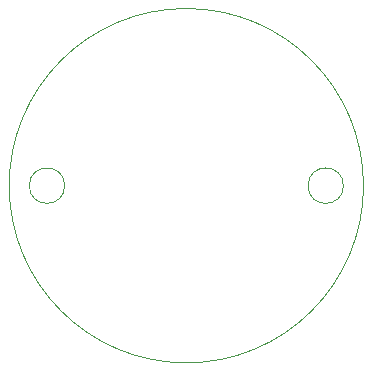
<source format=gbr>
%TF.GenerationSoftware,KiCad,Pcbnew,9.0.1-9.0.1-0~ubuntu24.04.1*%
%TF.CreationDate,2025-04-06T11:06:09+01:00*%
%TF.ProjectId,AccessibleSwitches,41636365-7373-4696-926c-655377697463,rev?*%
%TF.SameCoordinates,Original*%
%TF.FileFunction,Profile,NP*%
%FSLAX46Y46*%
G04 Gerber Fmt 4.6, Leading zero omitted, Abs format (unit mm)*
G04 Created by KiCad (PCBNEW 9.0.1-9.0.1-0~ubuntu24.04.1) date 2025-04-06 11:06:09*
%MOMM*%
%LPD*%
G01*
G04 APERTURE LIST*
%TA.AperFunction,Profile*%
%ADD10C,0.050000*%
%TD*%
G04 APERTURE END LIST*
D10*
X163700000Y-91000000D02*
G75*
G02*
X133700000Y-91000000I-15000000J0D01*
G01*
X133700000Y-91000000D02*
G75*
G02*
X163700000Y-91000000I15000000J0D01*
G01*
X138400000Y-91000000D02*
G75*
G02*
X135400000Y-91000000I-1500000J0D01*
G01*
X135400000Y-91000000D02*
G75*
G02*
X138400000Y-91000000I1500000J0D01*
G01*
X162000000Y-91000000D02*
G75*
G02*
X159000000Y-91000000I-1500000J0D01*
G01*
X159000000Y-91000000D02*
G75*
G02*
X162000000Y-91000000I1500000J0D01*
G01*
M02*

</source>
